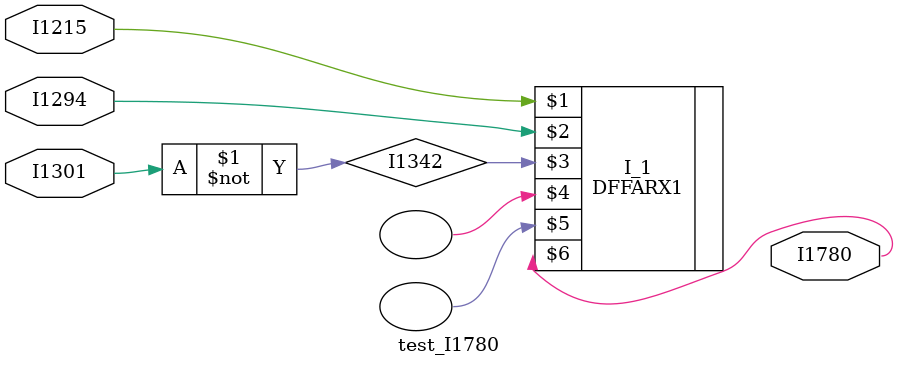
<source format=v>
module test_I1780(I1215,I1294,I1301,I1780);
input I1215,I1294,I1301;
output I1780;
wire I1342;
not I_0(I1342,I1301);
DFFARX1 I_1(I1215,I1294,I1342,,,I1780,);
endmodule



</source>
